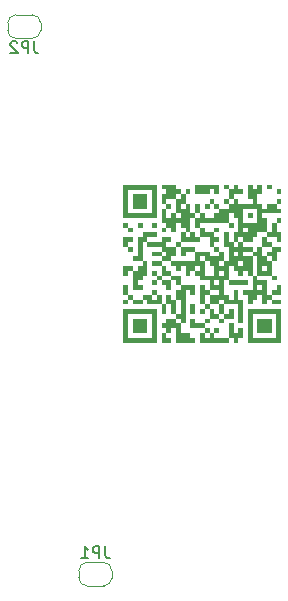
<source format=gbr>
%TF.GenerationSoftware,KiCad,Pcbnew,9.0.3*%
%TF.CreationDate,2025-08-01T10:01:51-04:00*%
%TF.ProjectId,ECG,4543472e-6b69-4636-9164-5f7063625858,rev?*%
%TF.SameCoordinates,Original*%
%TF.FileFunction,Legend,Bot*%
%TF.FilePolarity,Positive*%
%FSLAX46Y46*%
G04 Gerber Fmt 4.6, Leading zero omitted, Abs format (unit mm)*
G04 Created by KiCad (PCBNEW 9.0.3) date 2025-08-01 10:01:51*
%MOMM*%
%LPD*%
G01*
G04 APERTURE LIST*
%ADD10C,0.150000*%
%ADD11C,0.000000*%
%ADD12C,0.120000*%
G04 APERTURE END LIST*
D10*
X151023334Y-79447818D02*
X151023334Y-80162103D01*
X151023334Y-80162103D02*
X151070953Y-80304960D01*
X151070953Y-80304960D02*
X151166191Y-80400199D01*
X151166191Y-80400199D02*
X151309048Y-80447818D01*
X151309048Y-80447818D02*
X151404286Y-80447818D01*
X150547143Y-80447818D02*
X150547143Y-79447818D01*
X150547143Y-79447818D02*
X150166191Y-79447818D01*
X150166191Y-79447818D02*
X150070953Y-79495437D01*
X150070953Y-79495437D02*
X150023334Y-79543056D01*
X150023334Y-79543056D02*
X149975715Y-79638294D01*
X149975715Y-79638294D02*
X149975715Y-79781151D01*
X149975715Y-79781151D02*
X150023334Y-79876389D01*
X150023334Y-79876389D02*
X150070953Y-79924008D01*
X150070953Y-79924008D02*
X150166191Y-79971627D01*
X150166191Y-79971627D02*
X150547143Y-79971627D01*
X149023334Y-80447818D02*
X149594762Y-80447818D01*
X149309048Y-80447818D02*
X149309048Y-79447818D01*
X149309048Y-79447818D02*
X149404286Y-79590675D01*
X149404286Y-79590675D02*
X149499524Y-79685913D01*
X149499524Y-79685913D02*
X149594762Y-79733532D01*
X144998333Y-36687819D02*
X144998333Y-37402104D01*
X144998333Y-37402104D02*
X145045952Y-37544961D01*
X145045952Y-37544961D02*
X145141190Y-37640200D01*
X145141190Y-37640200D02*
X145284047Y-37687819D01*
X145284047Y-37687819D02*
X145379285Y-37687819D01*
X144522142Y-37687819D02*
X144522142Y-36687819D01*
X144522142Y-36687819D02*
X144141190Y-36687819D01*
X144141190Y-36687819D02*
X144045952Y-36735438D01*
X144045952Y-36735438D02*
X143998333Y-36783057D01*
X143998333Y-36783057D02*
X143950714Y-36878295D01*
X143950714Y-36878295D02*
X143950714Y-37021152D01*
X143950714Y-37021152D02*
X143998333Y-37116390D01*
X143998333Y-37116390D02*
X144045952Y-37164009D01*
X144045952Y-37164009D02*
X144141190Y-37211628D01*
X144141190Y-37211628D02*
X144522142Y-37211628D01*
X143569761Y-36783057D02*
X143522142Y-36735438D01*
X143522142Y-36735438D02*
X143426904Y-36687819D01*
X143426904Y-36687819D02*
X143188809Y-36687819D01*
X143188809Y-36687819D02*
X143093571Y-36735438D01*
X143093571Y-36735438D02*
X143045952Y-36783057D01*
X143045952Y-36783057D02*
X142998333Y-36878295D01*
X142998333Y-36878295D02*
X142998333Y-36973533D01*
X142998333Y-36973533D02*
X143045952Y-37116390D01*
X143045952Y-37116390D02*
X143617380Y-37687819D01*
X143617380Y-37687819D02*
X142998333Y-37687819D01*
D11*
%TO.C,G\u002A\u002A\u002A*%
G36*
X154189771Y-52255334D02*
G01*
X154189771Y-52458063D01*
X153987042Y-52458063D01*
X153784313Y-52458063D01*
X153784313Y-52255334D01*
X153784313Y-52052605D01*
X153987042Y-52052605D01*
X154189771Y-52052605D01*
X154189771Y-52255334D01*
G37*
G36*
X154595230Y-50228042D02*
G01*
X154595230Y-50836230D01*
X153987042Y-50836230D01*
X153378855Y-50836230D01*
X153378855Y-50228042D01*
X153378855Y-49619855D01*
X153987042Y-49619855D01*
X154595230Y-49619855D01*
X154595230Y-50228042D01*
G37*
G36*
X154595230Y-60769958D02*
G01*
X154595230Y-61378145D01*
X153987042Y-61378145D01*
X153378855Y-61378145D01*
X153378855Y-60769958D01*
X153378855Y-60161770D01*
X153987042Y-60161770D01*
X154595230Y-60161770D01*
X154595230Y-60769958D01*
G37*
G36*
X155406146Y-52255334D02*
G01*
X155406146Y-52458063D01*
X155203417Y-52458063D01*
X155000688Y-52458063D01*
X155000688Y-52255334D01*
X155000688Y-52052605D01*
X155203417Y-52052605D01*
X155406146Y-52052605D01*
X155406146Y-52255334D01*
G37*
G36*
X157433438Y-53877167D02*
G01*
X157433438Y-54079896D01*
X157230708Y-54079896D01*
X157027979Y-54079896D01*
X157027979Y-53877167D01*
X157027979Y-53674438D01*
X157230708Y-53674438D01*
X157433438Y-53674438D01*
X157433438Y-53877167D01*
G37*
G36*
X158244354Y-49417126D02*
G01*
X158244354Y-49619855D01*
X158041625Y-49619855D01*
X157838896Y-49619855D01*
X157838896Y-49417126D01*
X157838896Y-49214397D01*
X158041625Y-49214397D01*
X158244354Y-49214397D01*
X158244354Y-49417126D01*
G37*
G36*
X158649812Y-59350854D02*
G01*
X158649812Y-59756312D01*
X158447083Y-59756312D01*
X158244354Y-59756312D01*
X158244354Y-59350854D01*
X158244354Y-58945396D01*
X158447083Y-58945396D01*
X158649812Y-58945396D01*
X158649812Y-59350854D01*
G37*
G36*
X160677104Y-52660792D02*
G01*
X160677104Y-52863521D01*
X160474375Y-52863521D01*
X160271646Y-52863521D01*
X160271646Y-52660792D01*
X160271646Y-52458063D01*
X160474375Y-52458063D01*
X160677104Y-52458063D01*
X160677104Y-52660792D01*
G37*
G36*
X160677104Y-61175416D02*
G01*
X160677104Y-61378145D01*
X160474375Y-61378145D01*
X160271646Y-61378145D01*
X160271646Y-61175416D01*
X160271646Y-60972687D01*
X160474375Y-60972687D01*
X160677104Y-60972687D01*
X160677104Y-61175416D01*
G37*
G36*
X161893479Y-52255334D02*
G01*
X161893479Y-52458063D01*
X161690750Y-52458063D01*
X161488020Y-52458063D01*
X161488020Y-52255334D01*
X161488020Y-52052605D01*
X161690750Y-52052605D01*
X161893479Y-52052605D01*
X161893479Y-52255334D01*
G37*
G36*
X163515312Y-51444417D02*
G01*
X163515312Y-51647146D01*
X163312583Y-51647146D01*
X163109854Y-51647146D01*
X163109854Y-51444417D01*
X163109854Y-51241688D01*
X163312583Y-51241688D01*
X163515312Y-51241688D01*
X163515312Y-51444417D01*
G37*
G36*
X165137145Y-49011667D02*
G01*
X165137145Y-49214397D01*
X164934416Y-49214397D01*
X164731687Y-49214397D01*
X164731687Y-49011667D01*
X164731687Y-48808938D01*
X164934416Y-48808938D01*
X165137145Y-48808938D01*
X165137145Y-49011667D01*
G37*
G36*
X165137145Y-60769958D02*
G01*
X165137145Y-61378145D01*
X164528958Y-61378145D01*
X163920770Y-61378145D01*
X163920770Y-60769958D01*
X163920770Y-60161770D01*
X164528958Y-60161770D01*
X165137145Y-60161770D01*
X165137145Y-60769958D01*
G37*
G36*
X165948062Y-49417126D02*
G01*
X165948062Y-49619855D01*
X165745333Y-49619855D01*
X165542603Y-49619855D01*
X165542603Y-49417126D01*
X165542603Y-49214397D01*
X165745333Y-49214397D01*
X165948062Y-49214397D01*
X165948062Y-49417126D01*
G37*
G36*
X165948062Y-50228042D02*
G01*
X165948062Y-50430771D01*
X165745333Y-50430771D01*
X165542603Y-50430771D01*
X165542603Y-50228042D01*
X165542603Y-50025313D01*
X165745333Y-50025313D01*
X165948062Y-50025313D01*
X165948062Y-50228042D01*
G37*
G36*
X165948062Y-51849876D02*
G01*
X165948062Y-52052605D01*
X165745333Y-52052605D01*
X165542603Y-52052605D01*
X165542603Y-51849876D01*
X165542603Y-51647146D01*
X165745333Y-51647146D01*
X165948062Y-51647146D01*
X165948062Y-51849876D01*
G37*
G36*
X156217063Y-61580874D02*
G01*
X156217063Y-61783604D01*
X156419792Y-61783604D01*
X156622521Y-61783604D01*
X156622521Y-61986333D01*
X156622521Y-62189062D01*
X156217063Y-62189062D01*
X155811604Y-62189062D01*
X155811604Y-61783604D01*
X155811604Y-61378145D01*
X156014334Y-61378145D01*
X156217063Y-61378145D01*
X156217063Y-61580874D01*
G37*
G36*
X158649812Y-54282625D02*
G01*
X158649812Y-54485354D01*
X158244354Y-54485354D01*
X157838896Y-54485354D01*
X157838896Y-54688084D01*
X157838896Y-54890813D01*
X157636167Y-54890813D01*
X157433438Y-54890813D01*
X157433438Y-54485354D01*
X157433438Y-54079896D01*
X158041625Y-54079896D01*
X158649812Y-54079896D01*
X158649812Y-54282625D01*
G37*
G36*
X165948062Y-57729021D02*
G01*
X165948062Y-58134479D01*
X165542603Y-58134479D01*
X165137145Y-58134479D01*
X165137145Y-57931750D01*
X165137145Y-57729021D01*
X165339874Y-57729021D01*
X165542603Y-57729021D01*
X165542603Y-57526292D01*
X165542603Y-57323562D01*
X165745333Y-57323562D01*
X165948062Y-57323562D01*
X165948062Y-57729021D01*
G37*
G36*
X153176126Y-52458063D02*
G01*
X153378855Y-52458063D01*
X153378855Y-52660792D01*
X153378855Y-52863521D01*
X153176126Y-52863521D01*
X152973396Y-52863521D01*
X152973396Y-52660792D01*
X152973396Y-52458063D01*
X153176126Y-52458063D01*
G37*
G36*
X152973396Y-52255334D02*
G01*
X152973396Y-52458063D01*
X152770667Y-52458063D01*
X152567938Y-52458063D01*
X152567938Y-52255334D01*
X152567938Y-52052605D01*
X152770667Y-52052605D01*
X152973396Y-52052605D01*
X152973396Y-52255334D01*
G37*
G36*
X160677104Y-49214397D02*
G01*
X160677104Y-49619855D01*
X160474375Y-49619855D01*
X160271646Y-49619855D01*
X160271646Y-49417126D01*
X160271646Y-49214397D01*
X160068916Y-49214397D01*
X159866187Y-49214397D01*
X159866187Y-49417126D01*
X159866187Y-49619855D01*
X159258000Y-49619855D01*
X158649812Y-49619855D01*
X158649812Y-49214397D01*
X158649812Y-48808938D01*
X159663458Y-48808938D01*
X160677104Y-48808938D01*
X160677104Y-49214397D01*
G37*
G36*
X155406146Y-50228042D02*
G01*
X155406146Y-51647146D01*
X153987042Y-51647146D01*
X152567938Y-51647146D01*
X152567938Y-51215529D01*
X152999555Y-51215529D01*
X153987042Y-51215529D01*
X154974529Y-51215529D01*
X154974529Y-50228042D01*
X154974529Y-49240555D01*
X153987042Y-49240555D01*
X152999555Y-49240555D01*
X152999555Y-50228042D01*
X152999555Y-51215529D01*
X152567938Y-51215529D01*
X152567938Y-50228042D01*
X152567938Y-48808938D01*
X153987042Y-48808938D01*
X155406146Y-48808938D01*
X155406146Y-50228042D01*
G37*
G36*
X155406146Y-60769958D02*
G01*
X155406146Y-62189062D01*
X153987042Y-62189062D01*
X152567938Y-62189062D01*
X152567938Y-61757445D01*
X152999555Y-61757445D01*
X153987042Y-61757445D01*
X154974529Y-61757445D01*
X154974529Y-60769958D01*
X154974529Y-59782471D01*
X153987042Y-59782471D01*
X152999555Y-59782471D01*
X152999555Y-60769958D01*
X152999555Y-61757445D01*
X152567938Y-61757445D01*
X152567938Y-60769958D01*
X152567938Y-59350854D01*
X153987042Y-59350854D01*
X155406146Y-59350854D01*
X155406146Y-60769958D01*
G37*
G36*
X165948062Y-60769958D02*
G01*
X165948062Y-62189062D01*
X164528958Y-62189062D01*
X163109854Y-62189062D01*
X163109854Y-61757445D01*
X163541471Y-61757445D01*
X164528958Y-61757445D01*
X165516445Y-61757445D01*
X165516445Y-60769958D01*
X165516445Y-59782471D01*
X164528958Y-59782471D01*
X163541471Y-59782471D01*
X163541471Y-60769958D01*
X163541471Y-61757445D01*
X163109854Y-61757445D01*
X163109854Y-60769958D01*
X163109854Y-59350854D01*
X164528958Y-59350854D01*
X165948062Y-59350854D01*
X165948062Y-60769958D01*
G37*
G36*
X153176126Y-54079896D02*
G01*
X153378855Y-54079896D01*
X153378855Y-54282625D01*
X153378855Y-54485354D01*
X153176126Y-54485354D01*
X152973396Y-54485354D01*
X152973396Y-54282625D01*
X152973396Y-54079896D01*
X153176126Y-54079896D01*
G37*
G36*
X153378855Y-53471709D02*
G01*
X153378855Y-53674438D01*
X153176126Y-53674438D01*
X152973396Y-53674438D01*
X152973396Y-53877167D01*
X152973396Y-54079896D01*
X152770667Y-54079896D01*
X152567938Y-54079896D01*
X152567938Y-53674438D01*
X152567938Y-53268980D01*
X152973396Y-53268980D01*
X153378855Y-53268980D01*
X153378855Y-53471709D01*
G37*
G36*
X157838896Y-53066250D02*
G01*
X157838896Y-53268980D01*
X158041625Y-53268980D01*
X158244354Y-53268980D01*
X158244354Y-53066250D01*
X158244354Y-52863521D01*
X158447083Y-52863521D01*
X158649812Y-52863521D01*
X158649812Y-53066250D01*
X158649812Y-53268980D01*
X158852542Y-53268980D01*
X159055271Y-53268980D01*
X159055271Y-53471709D01*
X159055271Y-53674438D01*
X158244354Y-53674438D01*
X157433438Y-53674438D01*
X157433438Y-53268980D01*
X157433438Y-52863521D01*
X157636167Y-52863521D01*
X157838896Y-52863521D01*
X157838896Y-53066250D01*
G37*
G36*
X160474375Y-54079896D02*
G01*
X160677104Y-54079896D01*
X160677104Y-54282625D01*
X160677104Y-54485354D01*
X160474375Y-54485354D01*
X160271646Y-54485354D01*
X160271646Y-54282625D01*
X160271646Y-54079896D01*
X160474375Y-54079896D01*
G37*
G36*
X159460729Y-52660792D02*
G01*
X159460729Y-52863521D01*
X159866187Y-52863521D01*
X160271646Y-52863521D01*
X160271646Y-53066250D01*
X160271646Y-53268980D01*
X160474375Y-53268980D01*
X160677104Y-53268980D01*
X160677104Y-53471709D01*
X160677104Y-53674438D01*
X160474375Y-53674438D01*
X160271646Y-53674438D01*
X160271646Y-53877167D01*
X160271646Y-54079896D01*
X160068916Y-54079896D01*
X159866187Y-54079896D01*
X159866187Y-53674438D01*
X159866187Y-53268980D01*
X159460729Y-53268980D01*
X159055271Y-53268980D01*
X159055271Y-52863521D01*
X159055271Y-52458063D01*
X159258000Y-52458063D01*
X159460729Y-52458063D01*
X159460729Y-52660792D01*
G37*
G36*
X161893479Y-60972687D02*
G01*
X161893479Y-61378145D01*
X162096208Y-61378145D01*
X162298937Y-61378145D01*
X162298937Y-61175416D01*
X162298937Y-60972687D01*
X162501666Y-60972687D01*
X162704395Y-60972687D01*
X162704395Y-61378145D01*
X162704395Y-61783604D01*
X162501666Y-61783604D01*
X162298937Y-61783604D01*
X162298937Y-61986333D01*
X162298937Y-62189062D01*
X162096208Y-62189062D01*
X161893479Y-62189062D01*
X161893479Y-61986333D01*
X161893479Y-61783604D01*
X161690750Y-61783604D01*
X161488020Y-61783604D01*
X161488020Y-61986333D01*
X161488020Y-62189062D01*
X160271646Y-62189062D01*
X159055271Y-62189062D01*
X159055271Y-61783604D01*
X159055271Y-61580874D01*
X159055271Y-61378145D01*
X159258000Y-61378145D01*
X159460729Y-61378145D01*
X159460729Y-61175416D01*
X159460729Y-60972687D01*
X159663458Y-60972687D01*
X159866187Y-60972687D01*
X159866187Y-61175416D01*
X159866187Y-61378145D01*
X159663458Y-61378145D01*
X159460729Y-61378145D01*
X159460729Y-61580874D01*
X159460729Y-61783604D01*
X159663458Y-61783604D01*
X159866187Y-61783604D01*
X159866187Y-61580874D01*
X159866187Y-61378145D01*
X160068916Y-61378145D01*
X160271646Y-61378145D01*
X160271646Y-61580874D01*
X160271646Y-61783604D01*
X160879833Y-61783604D01*
X161488020Y-61783604D01*
X161488020Y-61175416D01*
X161488020Y-60567229D01*
X161690750Y-60567229D01*
X161893479Y-60567229D01*
X161893479Y-60972687D01*
G37*
G36*
X158649812Y-60364500D02*
G01*
X158649812Y-60567229D01*
X159055271Y-60567229D01*
X159460729Y-60567229D01*
X159460729Y-60769958D01*
X159460729Y-60972687D01*
X158852542Y-60972687D01*
X158244354Y-60972687D01*
X158244354Y-60567229D01*
X158244354Y-60161770D01*
X158447083Y-60161770D01*
X158649812Y-60161770D01*
X158649812Y-60364500D01*
G37*
G36*
X165542603Y-54079896D02*
G01*
X165948062Y-54079896D01*
X165948062Y-54282625D01*
X165948062Y-54485354D01*
X165745333Y-54485354D01*
X165542603Y-54485354D01*
X165542603Y-54890813D01*
X165542603Y-55296271D01*
X165339874Y-55296271D01*
X165137145Y-55296271D01*
X165137145Y-55093542D01*
X165137145Y-54890813D01*
X164934416Y-54890813D01*
X164731687Y-54890813D01*
X164731687Y-54688084D01*
X164731687Y-54485354D01*
X164934416Y-54485354D01*
X165137145Y-54485354D01*
X165137145Y-54282625D01*
X165137145Y-54079896D01*
X165542603Y-54079896D01*
G37*
G36*
X163515312Y-49011667D02*
G01*
X163515312Y-49214397D01*
X163718041Y-49214397D01*
X163920770Y-49214397D01*
X163920770Y-49011667D01*
X163920770Y-48808938D01*
X164123499Y-48808938D01*
X164326229Y-48808938D01*
X164326229Y-49214397D01*
X164326229Y-49619855D01*
X164123499Y-49619855D01*
X163920770Y-49619855D01*
X163920770Y-50025313D01*
X163920770Y-50430771D01*
X164123499Y-50430771D01*
X164326229Y-50430771D01*
X164326229Y-50633501D01*
X164326229Y-50836230D01*
X164528958Y-50836230D01*
X164731687Y-50836230D01*
X164731687Y-50633501D01*
X164731687Y-50430771D01*
X165137145Y-50430771D01*
X165542603Y-50430771D01*
X165542603Y-50633501D01*
X165542603Y-50836230D01*
X165745333Y-50836230D01*
X165948062Y-50836230D01*
X165948062Y-51038959D01*
X165948062Y-51241688D01*
X165137145Y-51241688D01*
X164326229Y-51241688D01*
X164326229Y-51444417D01*
X164326229Y-51647146D01*
X164528958Y-51647146D01*
X164731687Y-51647146D01*
X164731687Y-52255334D01*
X164731687Y-52863521D01*
X164934416Y-52863521D01*
X165137145Y-52863521D01*
X165137145Y-52458063D01*
X165137145Y-52052605D01*
X165339874Y-52052605D01*
X165542603Y-52052605D01*
X165542603Y-52458063D01*
X165542603Y-52863521D01*
X165745333Y-52863521D01*
X165948062Y-52863521D01*
X165948062Y-53268980D01*
X165948062Y-53674438D01*
X165745333Y-53674438D01*
X165542603Y-53674438D01*
X165542603Y-53471709D01*
X165542603Y-53268980D01*
X165137145Y-53268980D01*
X164731687Y-53268980D01*
X164731687Y-53471709D01*
X164731687Y-53674438D01*
X164934416Y-53674438D01*
X165137145Y-53674438D01*
X165137145Y-53877167D01*
X165137145Y-54079896D01*
X164731687Y-54079896D01*
X164326229Y-54079896D01*
X164326229Y-53674438D01*
X164326229Y-53268980D01*
X164528958Y-53268980D01*
X164731687Y-53268980D01*
X164731687Y-53066250D01*
X164731687Y-52863521D01*
X164326229Y-52863521D01*
X163920770Y-52863521D01*
X163920770Y-53066250D01*
X163920770Y-53268980D01*
X163718041Y-53268980D01*
X163515312Y-53268980D01*
X163515312Y-53471709D01*
X163515312Y-53674438D01*
X163109854Y-53674438D01*
X162704395Y-53674438D01*
X162704395Y-53471709D01*
X162704395Y-53268980D01*
X162501666Y-53268980D01*
X162298937Y-53268980D01*
X162298937Y-53471709D01*
X162298937Y-53674438D01*
X162096208Y-53674438D01*
X161893479Y-53674438D01*
X161893479Y-53268980D01*
X161893479Y-52863521D01*
X162096208Y-52863521D01*
X162298937Y-52863521D01*
X162704395Y-52863521D01*
X162907124Y-52863521D01*
X163109854Y-52863521D01*
X163109854Y-52660792D01*
X163109854Y-52458063D01*
X162907124Y-52458063D01*
X162704395Y-52458063D01*
X162704395Y-52660792D01*
X162704395Y-52863521D01*
X162298937Y-52863521D01*
X162298937Y-52660792D01*
X162298937Y-52255334D01*
X162298937Y-52052605D01*
X162704395Y-52052605D01*
X163312583Y-52052605D01*
X163920770Y-52052605D01*
X163920770Y-51444417D01*
X163920770Y-50836230D01*
X163312583Y-50836230D01*
X162704395Y-50836230D01*
X162704395Y-51444417D01*
X162704395Y-52052605D01*
X162298937Y-52052605D01*
X162298937Y-51647146D01*
X162096208Y-51647146D01*
X161893479Y-51647146D01*
X161893479Y-51444417D01*
X161893479Y-51241688D01*
X161690750Y-51241688D01*
X161488020Y-51241688D01*
X161488020Y-51647146D01*
X161488020Y-52052605D01*
X160271646Y-52052605D01*
X159055271Y-52052605D01*
X159055271Y-52255334D01*
X159055271Y-52458063D01*
X158852542Y-52458063D01*
X158649812Y-52458063D01*
X158649812Y-52052605D01*
X158649812Y-51647146D01*
X158447083Y-51647146D01*
X158244354Y-51647146D01*
X158244354Y-52255334D01*
X158244354Y-52863521D01*
X158041625Y-52863521D01*
X157838896Y-52863521D01*
X157838896Y-52660792D01*
X157838896Y-52458063D01*
X157636167Y-52458063D01*
X157433438Y-52458063D01*
X157433438Y-52255334D01*
X157433438Y-52052605D01*
X157230708Y-52052605D01*
X157027979Y-52052605D01*
X157027979Y-52458063D01*
X157027979Y-52863521D01*
X156825250Y-52863521D01*
X156622521Y-52863521D01*
X156622521Y-52660792D01*
X156622521Y-52458063D01*
X156419792Y-52458063D01*
X156217063Y-52458063D01*
X156217063Y-52660792D01*
X156217063Y-52863521D01*
X156014334Y-52863521D01*
X155811604Y-52863521D01*
X155811604Y-52660792D01*
X155811604Y-52458063D01*
X156014334Y-52458063D01*
X156217063Y-52458063D01*
X156217063Y-52255334D01*
X156217063Y-52052605D01*
X156014334Y-52052605D01*
X155811604Y-52052605D01*
X155811604Y-51444417D01*
X155811604Y-50836230D01*
X156014334Y-50836230D01*
X156217063Y-50836230D01*
X156217063Y-51241688D01*
X156217063Y-51647146D01*
X156419792Y-51647146D01*
X156622521Y-51647146D01*
X156622521Y-51444417D01*
X156622521Y-51241688D01*
X156825250Y-51241688D01*
X157027979Y-51241688D01*
X157027979Y-51444417D01*
X157027979Y-51647146D01*
X157230708Y-51647146D01*
X157433438Y-51647146D01*
X157433438Y-51444417D01*
X157433438Y-51241688D01*
X157230708Y-51241688D01*
X157027979Y-51241688D01*
X157027979Y-50633501D01*
X157027979Y-50025313D01*
X156622521Y-50025313D01*
X156217063Y-50025313D01*
X156217063Y-50228042D01*
X156217063Y-50430771D01*
X156014334Y-50430771D01*
X155811604Y-50430771D01*
X155811604Y-50025313D01*
X155811604Y-49822584D01*
X155811604Y-49619855D01*
X156014334Y-49619855D01*
X156217063Y-49619855D01*
X156217063Y-49417126D01*
X156217063Y-49214397D01*
X156014334Y-49214397D01*
X155811604Y-49214397D01*
X155811604Y-49011667D01*
X155811604Y-48808938D01*
X156419792Y-48808938D01*
X157027979Y-48808938D01*
X157027979Y-49011667D01*
X157027979Y-49214397D01*
X157230708Y-49214397D01*
X157433438Y-49214397D01*
X157433438Y-49417126D01*
X157433438Y-49619855D01*
X157230708Y-49619855D01*
X157027979Y-49619855D01*
X157027979Y-49822584D01*
X157027979Y-50025313D01*
X157230708Y-50025313D01*
X157433438Y-50025313D01*
X157433438Y-49822584D01*
X157433438Y-49619855D01*
X157636167Y-49619855D01*
X157838896Y-49619855D01*
X157838896Y-50025313D01*
X157838896Y-50430771D01*
X157636167Y-50430771D01*
X157433438Y-50430771D01*
X157433438Y-50633501D01*
X157433438Y-50836230D01*
X157636167Y-50836230D01*
X157838896Y-50836230D01*
X157838896Y-50633501D01*
X157838896Y-50430771D01*
X158041625Y-50430771D01*
X158244354Y-50430771D01*
X158244354Y-50836230D01*
X158244354Y-51241688D01*
X158447083Y-51241688D01*
X158649812Y-51241688D01*
X158649812Y-50836230D01*
X158649812Y-50430771D01*
X158852542Y-50430771D01*
X159055271Y-50430771D01*
X159055271Y-50836230D01*
X159055271Y-51241688D01*
X158852542Y-51241688D01*
X158649812Y-51241688D01*
X158649812Y-51444417D01*
X158649812Y-51647146D01*
X158852542Y-51647146D01*
X159055271Y-51647146D01*
X159055271Y-51444417D01*
X159055271Y-51241688D01*
X159258000Y-51241688D01*
X159460729Y-51241688D01*
X159460729Y-51444417D01*
X159460729Y-51647146D01*
X159866187Y-51647146D01*
X160271646Y-51647146D01*
X160271646Y-51444417D01*
X160271646Y-51241688D01*
X160474375Y-51241688D01*
X160677104Y-51241688D01*
X160677104Y-51038959D01*
X160677104Y-50836230D01*
X160474375Y-50836230D01*
X160271646Y-50836230D01*
X160271646Y-50633501D01*
X160271646Y-50430771D01*
X160474375Y-50430771D01*
X160677104Y-50430771D01*
X160677104Y-50633501D01*
X160677104Y-50836230D01*
X161082562Y-50836230D01*
X161488020Y-50836230D01*
X161488020Y-50633501D01*
X161488020Y-50430771D01*
X161285291Y-50430771D01*
X161082562Y-50430771D01*
X161082562Y-50228042D01*
X161082562Y-50025313D01*
X161285291Y-50025313D01*
X161488020Y-50025313D01*
X161488020Y-49619855D01*
X161488020Y-49214397D01*
X161285291Y-49214397D01*
X161082562Y-49214397D01*
X161082562Y-49011667D01*
X161082562Y-48808938D01*
X161285291Y-48808938D01*
X161488020Y-48808938D01*
X161488020Y-49011667D01*
X161488020Y-49214397D01*
X161690750Y-49214397D01*
X161893479Y-49214397D01*
X161893479Y-49011667D01*
X161893479Y-48808938D01*
X162096208Y-48808938D01*
X162298937Y-48808938D01*
X162298937Y-49011667D01*
X162298937Y-49214397D01*
X162501666Y-49214397D01*
X162704395Y-49214397D01*
X162704395Y-49417126D01*
X162704395Y-49619855D01*
X162298937Y-49619855D01*
X161893479Y-49619855D01*
X161893479Y-49822584D01*
X161893479Y-50025313D01*
X161690750Y-50025313D01*
X161488020Y-50025313D01*
X161488020Y-50228042D01*
X161488020Y-50430771D01*
X161690750Y-50430771D01*
X161893479Y-50430771D01*
X161893479Y-50228042D01*
X161893479Y-50025313D01*
X162096208Y-50025313D01*
X162298937Y-50025313D01*
X162298937Y-50228042D01*
X162298937Y-50430771D01*
X162907124Y-50430771D01*
X163515312Y-50430771D01*
X163515312Y-50228042D01*
X163515312Y-50025313D01*
X163312583Y-50025313D01*
X163109854Y-50025313D01*
X163109854Y-49417126D01*
X163109854Y-48808938D01*
X163312583Y-48808938D01*
X163515312Y-48808938D01*
X163515312Y-49011667D01*
G37*
G36*
X156419792Y-50430771D02*
G01*
X156622521Y-50430771D01*
X156622521Y-50633501D01*
X156622521Y-50836230D01*
X156419792Y-50836230D01*
X156217063Y-50836230D01*
X156217063Y-50633501D01*
X156217063Y-50430771D01*
X156419792Y-50430771D01*
G37*
G36*
X160271646Y-50228042D02*
G01*
X160271646Y-50430771D01*
X160068916Y-50430771D01*
X159866187Y-50430771D01*
X159866187Y-50633501D01*
X159866187Y-50836230D01*
X159663458Y-50836230D01*
X159460729Y-50836230D01*
X159460729Y-50633501D01*
X159460729Y-50430771D01*
X159663458Y-50430771D01*
X159866187Y-50430771D01*
X159866187Y-50228042D01*
X159866187Y-50025313D01*
X160068916Y-50025313D01*
X160271646Y-50025313D01*
X160271646Y-50228042D01*
G37*
G36*
X158041625Y-57323562D02*
G01*
X158649812Y-57323562D01*
X158649812Y-57729021D01*
X158649812Y-58134479D01*
X158447083Y-58134479D01*
X158244354Y-58134479D01*
X158244354Y-57931750D01*
X158244354Y-57729021D01*
X158041625Y-57729021D01*
X157838896Y-57729021D01*
X157838896Y-59148125D01*
X157838896Y-60567229D01*
X157636167Y-60567229D01*
X157433438Y-60567229D01*
X157433438Y-60364500D01*
X157433438Y-60161770D01*
X157230708Y-60161770D01*
X157027979Y-60161770D01*
X157027979Y-60364500D01*
X157027979Y-60567229D01*
X157230708Y-60567229D01*
X157433438Y-60567229D01*
X157433438Y-60972687D01*
X157433438Y-61378145D01*
X157838896Y-61378145D01*
X158244354Y-61378145D01*
X158244354Y-61580874D01*
X158244354Y-61783604D01*
X158447083Y-61783604D01*
X158649812Y-61783604D01*
X158649812Y-61986333D01*
X158649812Y-62189062D01*
X157838896Y-62189062D01*
X157027979Y-62189062D01*
X157027979Y-61580874D01*
X157027979Y-60972687D01*
X156825250Y-60972687D01*
X156622521Y-60972687D01*
X156622521Y-61175416D01*
X156622521Y-61378145D01*
X156419792Y-61378145D01*
X156217063Y-61378145D01*
X156217063Y-61175416D01*
X156217063Y-60972687D01*
X156014334Y-60972687D01*
X155811604Y-60972687D01*
X155811604Y-60769958D01*
X155811604Y-60567229D01*
X156014334Y-60567229D01*
X156217063Y-60567229D01*
X156217063Y-60364500D01*
X156217063Y-60161770D01*
X156622521Y-60161770D01*
X157027979Y-60161770D01*
X157027979Y-59959041D01*
X157027979Y-59756312D01*
X157230708Y-59756312D01*
X157433438Y-59756312D01*
X157433438Y-59148125D01*
X157433438Y-58539937D01*
X157230708Y-58539937D01*
X157027979Y-58539937D01*
X157027979Y-59148125D01*
X157027979Y-59756312D01*
X156825250Y-59756312D01*
X156622521Y-59756312D01*
X156622521Y-59350854D01*
X156622521Y-59148125D01*
X156622521Y-58945396D01*
X156419792Y-58945396D01*
X156217063Y-58945396D01*
X156217063Y-59350854D01*
X156217063Y-59756312D01*
X156014334Y-59756312D01*
X155811604Y-59756312D01*
X155811604Y-59350854D01*
X155811604Y-58945396D01*
X155203417Y-58945396D01*
X154595230Y-58945396D01*
X154595230Y-58742666D01*
X154595230Y-58539937D01*
X154392500Y-58539937D01*
X154189771Y-58539937D01*
X154189771Y-58742666D01*
X154189771Y-58945396D01*
X153784313Y-58945396D01*
X153378855Y-58945396D01*
X153378855Y-58742666D01*
X153378855Y-58539937D01*
X153176126Y-58539937D01*
X152973396Y-58539937D01*
X152973396Y-58742666D01*
X152973396Y-58945396D01*
X152770667Y-58945396D01*
X152567938Y-58945396D01*
X152567938Y-58742666D01*
X152567938Y-58539937D01*
X152770667Y-58539937D01*
X152973396Y-58539937D01*
X152973396Y-58337208D01*
X152973396Y-58134479D01*
X153176126Y-58134479D01*
X153378855Y-58134479D01*
X153378855Y-58337208D01*
X153378855Y-58539937D01*
X153784313Y-58539937D01*
X154189771Y-58539937D01*
X154189771Y-58337208D01*
X154189771Y-58134479D01*
X154595230Y-58134479D01*
X155000688Y-58134479D01*
X155000688Y-57931750D01*
X155000688Y-57729021D01*
X155203417Y-57729021D01*
X155406146Y-57729021D01*
X155406146Y-57931750D01*
X155406146Y-58134479D01*
X155203417Y-58134479D01*
X155000688Y-58134479D01*
X155000688Y-58337208D01*
X155000688Y-58539937D01*
X155203417Y-58539937D01*
X155406146Y-58539937D01*
X155406146Y-58337208D01*
X155406146Y-58134479D01*
X155608875Y-58134479D01*
X155811604Y-58134479D01*
X155811604Y-58539937D01*
X155811604Y-58945396D01*
X156014334Y-58945396D01*
X156217063Y-58945396D01*
X156217063Y-58539937D01*
X156217063Y-58134479D01*
X156419792Y-58134479D01*
X156622521Y-58134479D01*
X156622521Y-58337208D01*
X156622521Y-58539937D01*
X156825250Y-58539937D01*
X157027979Y-58539937D01*
X157027979Y-58134479D01*
X157027979Y-57729021D01*
X157230708Y-57729021D01*
X157433438Y-57729021D01*
X157433438Y-57526292D01*
X157433438Y-57323562D01*
X158041625Y-57323562D01*
G37*
G36*
X161488020Y-53268980D02*
G01*
X161488020Y-53674438D01*
X161690750Y-53674438D01*
X161893479Y-53674438D01*
X161893479Y-53877167D01*
X161893479Y-54079896D01*
X162096208Y-54079896D01*
X162298937Y-54079896D01*
X162298937Y-53877167D01*
X162298937Y-53674438D01*
X162501666Y-53674438D01*
X162704395Y-53674438D01*
X162704395Y-53877167D01*
X162704395Y-54079896D01*
X163109854Y-54079896D01*
X163515312Y-54079896D01*
X163515312Y-54282625D01*
X163515312Y-54485354D01*
X163718041Y-54485354D01*
X163920770Y-54485354D01*
X163920770Y-54282625D01*
X163920770Y-54079896D01*
X164123499Y-54079896D01*
X164326229Y-54079896D01*
X164326229Y-54485354D01*
X164326229Y-54890813D01*
X164528958Y-54890813D01*
X164731687Y-54890813D01*
X164731687Y-55093542D01*
X164731687Y-55296271D01*
X164934416Y-55296271D01*
X165137145Y-55296271D01*
X165137145Y-55904458D01*
X165137145Y-56512646D01*
X164528958Y-56512646D01*
X163920770Y-56512646D01*
X163920770Y-56715375D01*
X163920770Y-56918104D01*
X164326229Y-56918104D01*
X164731687Y-56918104D01*
X164731687Y-57526292D01*
X164731687Y-58134479D01*
X164934416Y-58134479D01*
X165137145Y-58134479D01*
X165137145Y-58337208D01*
X165137145Y-58539937D01*
X164934416Y-58539937D01*
X164731687Y-58539937D01*
X164731687Y-58742666D01*
X164731687Y-58945396D01*
X164528958Y-58945396D01*
X164326229Y-58945396D01*
X164326229Y-58539937D01*
X164326229Y-58134479D01*
X164123499Y-58134479D01*
X163920770Y-58134479D01*
X163920770Y-58337208D01*
X163920770Y-58539937D01*
X163718041Y-58539937D01*
X163515312Y-58539937D01*
X163515312Y-58742666D01*
X163515312Y-58945396D01*
X163312583Y-58945396D01*
X163109854Y-58945396D01*
X163109854Y-58539937D01*
X163109854Y-58134479D01*
X162907124Y-58134479D01*
X162704395Y-58134479D01*
X162704395Y-57931750D01*
X162704395Y-57729021D01*
X163109854Y-57729021D01*
X163515312Y-57729021D01*
X163920770Y-57729021D01*
X164123499Y-57729021D01*
X164326229Y-57729021D01*
X164326229Y-57526292D01*
X164326229Y-57323562D01*
X164123499Y-57323562D01*
X163920770Y-57323562D01*
X163920770Y-57526292D01*
X163920770Y-57729021D01*
X163515312Y-57729021D01*
X163515312Y-57526292D01*
X163515312Y-57120833D01*
X163515312Y-56512646D01*
X163312583Y-56512646D01*
X163109854Y-56512646D01*
X163109854Y-56309917D01*
X163109854Y-56107188D01*
X162907124Y-56107188D01*
X162704395Y-56107188D01*
X162704395Y-56309917D01*
X162704395Y-56512646D01*
X162501666Y-56512646D01*
X162298937Y-56512646D01*
X162298937Y-56309917D01*
X162298937Y-56107188D01*
X162096208Y-56107188D01*
X161893479Y-56107188D01*
X161893479Y-55904458D01*
X161893479Y-55701729D01*
X162298937Y-55701729D01*
X162501666Y-55701729D01*
X162704395Y-55701729D01*
X163515312Y-55701729D01*
X163515312Y-56512646D01*
X163718041Y-56512646D01*
X163920770Y-56512646D01*
X163920770Y-56107188D01*
X164326229Y-56107188D01*
X164528958Y-56107188D01*
X164731687Y-56107188D01*
X164731687Y-55904458D01*
X164731687Y-55701729D01*
X164528958Y-55701729D01*
X164326229Y-55701729D01*
X164326229Y-55904458D01*
X164326229Y-56107188D01*
X163920770Y-56107188D01*
X163920770Y-55904458D01*
X163920770Y-55701729D01*
X163920770Y-54890813D01*
X163718041Y-54890813D01*
X163515312Y-54890813D01*
X163515312Y-55701729D01*
X162704395Y-55701729D01*
X162704395Y-55499000D01*
X162704395Y-55296271D01*
X162501666Y-55296271D01*
X162298937Y-55296271D01*
X162298937Y-55499000D01*
X162298937Y-55701729D01*
X161893479Y-55701729D01*
X161690750Y-55701729D01*
X161488020Y-55701729D01*
X161488020Y-56309917D01*
X161488020Y-56918104D01*
X161285291Y-56918104D01*
X161082562Y-56918104D01*
X161082562Y-57526292D01*
X161082562Y-58134479D01*
X161285291Y-58134479D01*
X161488020Y-58134479D01*
X161488020Y-58337208D01*
X161488020Y-58539937D01*
X161690750Y-58539937D01*
X161893479Y-58539937D01*
X161893479Y-58134479D01*
X161893479Y-57729021D01*
X162096208Y-57729021D01*
X162298937Y-57729021D01*
X162298937Y-58134479D01*
X162298937Y-58539937D01*
X162501666Y-58539937D01*
X162704395Y-58539937D01*
X162704395Y-59553583D01*
X162704395Y-60567229D01*
X162501666Y-60567229D01*
X162298937Y-60567229D01*
X162298937Y-59756312D01*
X162298937Y-58945396D01*
X161690750Y-58945396D01*
X161082562Y-58945396D01*
X161082562Y-59350854D01*
X161082562Y-59756312D01*
X161285291Y-59756312D01*
X161488020Y-59756312D01*
X161488020Y-59553583D01*
X161488020Y-59350854D01*
X161690750Y-59350854D01*
X161893479Y-59350854D01*
X161893479Y-59756312D01*
X161893479Y-60161770D01*
X161488020Y-60161770D01*
X161082562Y-60161770D01*
X161082562Y-59959041D01*
X161082562Y-59756312D01*
X160879833Y-59756312D01*
X160677104Y-59756312D01*
X160677104Y-59959041D01*
X160677104Y-60161770D01*
X160271646Y-60161770D01*
X159866187Y-60161770D01*
X159866187Y-60364500D01*
X159866187Y-60567229D01*
X159663458Y-60567229D01*
X159460729Y-60567229D01*
X159460729Y-60364500D01*
X159460729Y-60161770D01*
X159663458Y-60161770D01*
X159866187Y-60161770D01*
X159866187Y-59756312D01*
X159866187Y-59350854D01*
X160068916Y-59350854D01*
X160271646Y-59350854D01*
X160271646Y-59553583D01*
X160271646Y-59756312D01*
X160474375Y-59756312D01*
X160677104Y-59756312D01*
X160677104Y-59350854D01*
X160677104Y-58945396D01*
X160879833Y-58945396D01*
X161082562Y-58945396D01*
X161082562Y-58742666D01*
X161082562Y-58539937D01*
X160879833Y-58539937D01*
X160677104Y-58539937D01*
X160677104Y-58742666D01*
X160677104Y-58945396D01*
X160271646Y-58945396D01*
X159866187Y-58945396D01*
X159866187Y-59148125D01*
X159866187Y-59350854D01*
X159663458Y-59350854D01*
X159460729Y-59350854D01*
X159460729Y-59553583D01*
X159460729Y-59756312D01*
X159258000Y-59756312D01*
X159055271Y-59756312D01*
X159055271Y-59553583D01*
X159055271Y-59350854D01*
X159258000Y-59350854D01*
X159460729Y-59350854D01*
X159460729Y-59148125D01*
X159460729Y-58945396D01*
X159663458Y-58945396D01*
X159866187Y-58945396D01*
X159866187Y-58742666D01*
X159866187Y-58539937D01*
X159866187Y-58134479D01*
X160271646Y-58134479D01*
X160677104Y-58134479D01*
X160677104Y-57931750D01*
X160677104Y-57729021D01*
X160271646Y-57729021D01*
X159866187Y-57729021D01*
X159866187Y-57931750D01*
X159866187Y-58134479D01*
X159663458Y-58134479D01*
X159460729Y-58134479D01*
X159460729Y-58539937D01*
X159460729Y-58945396D01*
X159258000Y-58945396D01*
X159055271Y-58945396D01*
X159055271Y-58134479D01*
X159055271Y-57931750D01*
X159055271Y-57323562D01*
X159258000Y-57323562D01*
X159460729Y-57323562D01*
X159460729Y-57526292D01*
X159460729Y-57729021D01*
X159663458Y-57729021D01*
X159866187Y-57729021D01*
X159866187Y-57323562D01*
X160271646Y-57323562D01*
X160474375Y-57323562D01*
X160677104Y-57323562D01*
X160677104Y-57120833D01*
X160677104Y-56918104D01*
X160474375Y-56918104D01*
X160271646Y-56918104D01*
X160271646Y-57120833D01*
X160271646Y-57323562D01*
X159866187Y-57323562D01*
X159866187Y-57120833D01*
X159866187Y-56918104D01*
X159460729Y-56918104D01*
X159055271Y-56918104D01*
X159055271Y-56715375D01*
X159055271Y-56512646D01*
X158852542Y-56512646D01*
X158649812Y-56512646D01*
X158649812Y-56309917D01*
X158649812Y-56107188D01*
X158852542Y-56107188D01*
X159055271Y-56107188D01*
X159055271Y-55904458D01*
X159460729Y-55904458D01*
X159460729Y-56512646D01*
X159866187Y-56512646D01*
X160271646Y-56512646D01*
X160677104Y-56512646D01*
X160879833Y-56512646D01*
X161082562Y-56512646D01*
X161082562Y-56309917D01*
X161082562Y-56107188D01*
X160879833Y-56107188D01*
X160677104Y-56107188D01*
X160677104Y-56309917D01*
X160677104Y-56512646D01*
X160271646Y-56512646D01*
X160271646Y-56309917D01*
X160271646Y-56107188D01*
X160271646Y-55701729D01*
X160677104Y-55701729D01*
X160879833Y-55701729D01*
X161082562Y-55701729D01*
X161082562Y-55499000D01*
X161082562Y-55296271D01*
X160879833Y-55296271D01*
X160677104Y-55296271D01*
X160677104Y-55499000D01*
X160677104Y-55701729D01*
X160271646Y-55701729D01*
X160068916Y-55701729D01*
X159866187Y-55701729D01*
X159866187Y-55499000D01*
X159866187Y-55296271D01*
X159663458Y-55296271D01*
X159460729Y-55296271D01*
X159460729Y-55904458D01*
X159055271Y-55904458D01*
X159055271Y-55701729D01*
X158852542Y-55701729D01*
X158649812Y-55701729D01*
X158649812Y-55904458D01*
X158649812Y-56107188D01*
X158447083Y-56107188D01*
X158244354Y-56107188D01*
X158244354Y-56309917D01*
X158244354Y-56512646D01*
X158041625Y-56512646D01*
X157838896Y-56512646D01*
X157838896Y-56107188D01*
X157838896Y-55904458D01*
X157838896Y-55701729D01*
X157636167Y-55701729D01*
X157433438Y-55701729D01*
X157433438Y-55904458D01*
X157433438Y-56107188D01*
X157230708Y-56107188D01*
X157027979Y-56107188D01*
X157027979Y-55904458D01*
X157027979Y-55701729D01*
X156825250Y-55701729D01*
X156622521Y-55701729D01*
X156622521Y-55499000D01*
X156622521Y-55296271D01*
X157636167Y-55296271D01*
X158649812Y-55296271D01*
X158649812Y-54890813D01*
X159055271Y-54890813D01*
X159055271Y-55093542D01*
X159055271Y-55296271D01*
X159258000Y-55296271D01*
X159460729Y-55296271D01*
X159460729Y-55093542D01*
X159460729Y-54890813D01*
X159258000Y-54890813D01*
X159055271Y-54890813D01*
X158649812Y-54890813D01*
X158649812Y-54485354D01*
X159258000Y-54485354D01*
X159866187Y-54485354D01*
X159866187Y-54688084D01*
X159866187Y-54890813D01*
X160271646Y-54890813D01*
X160677104Y-54890813D01*
X160677104Y-54688084D01*
X160677104Y-54485354D01*
X160879833Y-54485354D01*
X161082562Y-54485354D01*
X161082562Y-54890813D01*
X161082562Y-55296271D01*
X161285291Y-55296271D01*
X161488020Y-55296271D01*
X161488020Y-54890813D01*
X161893479Y-54890813D01*
X162096208Y-54890813D01*
X162298937Y-54890813D01*
X162298937Y-54688084D01*
X162298937Y-54485354D01*
X162704395Y-54485354D01*
X162704395Y-54688084D01*
X162704395Y-54890813D01*
X163109854Y-54890813D01*
X163515312Y-54890813D01*
X163515312Y-54688084D01*
X163515312Y-54485354D01*
X163109854Y-54485354D01*
X162704395Y-54485354D01*
X162298937Y-54485354D01*
X162096208Y-54485354D01*
X161893479Y-54485354D01*
X161893479Y-54688084D01*
X161893479Y-54890813D01*
X161488020Y-54890813D01*
X161488020Y-54688084D01*
X161488020Y-54079896D01*
X161285291Y-54079896D01*
X161082562Y-54079896D01*
X161082562Y-53471709D01*
X161082562Y-52863521D01*
X161285291Y-52863521D01*
X161488020Y-52863521D01*
X161488020Y-53268980D01*
G37*
G36*
X160879833Y-60161770D02*
G01*
X161082562Y-60161770D01*
X161082562Y-60364500D01*
X161082562Y-60567229D01*
X160879833Y-60567229D01*
X160677104Y-60567229D01*
X160677104Y-60364500D01*
X160677104Y-60161770D01*
X160879833Y-60161770D01*
G37*
G36*
X165542603Y-58539937D02*
G01*
X165948062Y-58539937D01*
X165948062Y-58742666D01*
X165948062Y-58945396D01*
X165542603Y-58945396D01*
X165137145Y-58945396D01*
X165137145Y-58742666D01*
X165137145Y-58539937D01*
X165542603Y-58539937D01*
G37*
G36*
X152973396Y-57729021D02*
G01*
X152973396Y-58134479D01*
X152770667Y-58134479D01*
X152567938Y-58134479D01*
X152567938Y-57729021D01*
X152567938Y-57323562D01*
X152770667Y-57323562D01*
X152973396Y-57323562D01*
X152973396Y-57729021D01*
G37*
G36*
X154392500Y-55296271D02*
G01*
X154595230Y-55296271D01*
X154595230Y-55904458D01*
X154595230Y-56512646D01*
X154392500Y-56512646D01*
X154189771Y-56512646D01*
X154189771Y-56715375D01*
X154189771Y-56918104D01*
X153987042Y-56918104D01*
X153784313Y-56918104D01*
X153784313Y-57120833D01*
X153784313Y-57323562D01*
X153987042Y-57323562D01*
X154189771Y-57323562D01*
X154189771Y-57526292D01*
X154189771Y-57729021D01*
X153784313Y-57729021D01*
X153378855Y-57729021D01*
X153378855Y-56918104D01*
X153378855Y-56107188D01*
X153176126Y-56107188D01*
X152973396Y-56107188D01*
X152973396Y-56309917D01*
X152973396Y-56512646D01*
X152770667Y-56512646D01*
X152567938Y-56512646D01*
X152567938Y-56107188D01*
X152567938Y-55701729D01*
X152973396Y-55701729D01*
X153378855Y-55701729D01*
X153378855Y-55904458D01*
X153378855Y-56107188D01*
X153581584Y-56107188D01*
X153784313Y-56107188D01*
X153784313Y-55904458D01*
X153784313Y-55701729D01*
X153987042Y-55701729D01*
X154189771Y-55701729D01*
X154189771Y-55499000D01*
X154189771Y-55296271D01*
X154392500Y-55296271D01*
G37*
G36*
X157027979Y-56512646D02*
G01*
X157433438Y-56512646D01*
X157433438Y-56918104D01*
X157433438Y-57323562D01*
X157230708Y-57323562D01*
X157027979Y-57323562D01*
X157027979Y-57120833D01*
X157027979Y-56918104D01*
X156825250Y-56918104D01*
X156622521Y-56918104D01*
X156622521Y-57323562D01*
X156622521Y-57729021D01*
X156419792Y-57729021D01*
X156217063Y-57729021D01*
X156217063Y-57526292D01*
X156217063Y-57323562D01*
X156014334Y-57323562D01*
X155811604Y-57323562D01*
X155811604Y-57120833D01*
X155811604Y-56918104D01*
X155608875Y-56918104D01*
X155406146Y-56918104D01*
X155406146Y-57120833D01*
X155406146Y-57323562D01*
X155203417Y-57323562D01*
X155000688Y-57323562D01*
X155000688Y-57120833D01*
X155000688Y-56918104D01*
X155203417Y-56918104D01*
X155406146Y-56918104D01*
X155406146Y-56715375D01*
X155406146Y-56512646D01*
X155203417Y-56512646D01*
X155000688Y-56512646D01*
X155000688Y-56309917D01*
X155000688Y-56107188D01*
X155203417Y-56107188D01*
X155406146Y-56107188D01*
X155406146Y-56309917D01*
X155406146Y-56512646D01*
X155608875Y-56512646D01*
X155811604Y-56512646D01*
X155811604Y-56107188D01*
X155811604Y-55701729D01*
X156014334Y-55701729D01*
X156217063Y-55701729D01*
X156217063Y-55904458D01*
X156217063Y-56107188D01*
X156419792Y-56107188D01*
X156622521Y-56107188D01*
X156622521Y-56309917D01*
X156622521Y-56512646D01*
X156217063Y-56512646D01*
X155811604Y-56512646D01*
X155811604Y-56715375D01*
X155811604Y-56918104D01*
X156217063Y-56918104D01*
X156622521Y-56918104D01*
X156622521Y-56715375D01*
X156622521Y-56512646D01*
X157027979Y-56512646D01*
G37*
G36*
X162298937Y-56918104D02*
G01*
X163109854Y-56918104D01*
X163109854Y-57120833D01*
X163109854Y-57323562D01*
X162298937Y-57323562D01*
X161488020Y-57323562D01*
X161488020Y-57120833D01*
X161488020Y-56918104D01*
X162298937Y-56918104D01*
G37*
G36*
X165339874Y-56512646D02*
G01*
X165542603Y-56512646D01*
X165542603Y-56715375D01*
X165542603Y-56918104D01*
X165339874Y-56918104D01*
X165137145Y-56918104D01*
X165137145Y-56715375D01*
X165137145Y-56512646D01*
X165339874Y-56512646D01*
G37*
G36*
X155406146Y-53066250D02*
G01*
X155406146Y-53268980D01*
X155000688Y-53268980D01*
X154595230Y-53268980D01*
X154595230Y-53471709D01*
X154595230Y-53674438D01*
X155203417Y-53674438D01*
X155811604Y-53674438D01*
X155811604Y-53471709D01*
X155811604Y-53268980D01*
X156217063Y-53268980D01*
X156622521Y-53268980D01*
X156622521Y-53471709D01*
X156622521Y-53674438D01*
X156419792Y-53674438D01*
X156217063Y-53674438D01*
X156217063Y-53877167D01*
X156217063Y-54079896D01*
X156622521Y-54079896D01*
X157027979Y-54079896D01*
X157027979Y-54485354D01*
X157027979Y-54890813D01*
X156825250Y-54890813D01*
X156622521Y-54890813D01*
X156622521Y-55093542D01*
X156622521Y-55296271D01*
X156217063Y-55296271D01*
X155811604Y-55296271D01*
X155811604Y-55499000D01*
X155811604Y-55701729D01*
X155406146Y-55701729D01*
X155000688Y-55701729D01*
X155000688Y-55499000D01*
X155000688Y-55296271D01*
X155406146Y-55296271D01*
X155811604Y-55296271D01*
X155811604Y-55093542D01*
X155811604Y-54890813D01*
X156014334Y-54890813D01*
X156217063Y-54890813D01*
X156217063Y-54688084D01*
X156217063Y-54485354D01*
X156014334Y-54485354D01*
X155811604Y-54485354D01*
X155811604Y-54688084D01*
X155811604Y-54890813D01*
X155406146Y-54890813D01*
X155000688Y-54890813D01*
X155000688Y-54688084D01*
X155000688Y-54485354D01*
X155406146Y-54485354D01*
X155811604Y-54485354D01*
X155811604Y-54282625D01*
X155811604Y-54079896D01*
X155203417Y-54079896D01*
X154595230Y-54079896D01*
X154595230Y-53877167D01*
X154595230Y-53674438D01*
X154392500Y-53674438D01*
X154189771Y-53674438D01*
X154189771Y-54485354D01*
X154189771Y-55296271D01*
X153784313Y-55296271D01*
X153378855Y-55296271D01*
X153378855Y-55093542D01*
X153378855Y-54890813D01*
X153581584Y-54890813D01*
X153784313Y-54890813D01*
X153784313Y-54079896D01*
X153784313Y-53268980D01*
X153987042Y-53268980D01*
X154189771Y-53268980D01*
X154189771Y-53066250D01*
X154189771Y-52863521D01*
X154797959Y-52863521D01*
X155406146Y-52863521D01*
X155406146Y-53066250D01*
G37*
D12*
%TO.C,JP1*%
X148790001Y-81492999D02*
X148790001Y-82092999D01*
X149490001Y-82792999D02*
X150890001Y-82792999D01*
X150890001Y-80792999D02*
X149490001Y-80792999D01*
X151590001Y-82092999D02*
X151590001Y-81492999D01*
X148790001Y-81492999D02*
G75*
G02*
X149490001Y-80792999I700000J0D01*
G01*
X149490001Y-82792999D02*
G75*
G02*
X148790001Y-82092999I0J700000D01*
G01*
X150890001Y-80792999D02*
G75*
G02*
X151590001Y-81492999I1J-699999D01*
G01*
X151590001Y-82092999D02*
G75*
G02*
X150890001Y-82792999I-699999J-1D01*
G01*
%TO.C,JP2*%
X142765000Y-35133000D02*
X142765000Y-35733000D01*
X143465000Y-36433000D02*
X144865000Y-36433000D01*
X144865000Y-34433000D02*
X143465000Y-34433000D01*
X145565000Y-35733000D02*
X145565000Y-35133000D01*
X142765000Y-35133000D02*
G75*
G02*
X143465000Y-34433000I699999J1D01*
G01*
X143465000Y-36433000D02*
G75*
G02*
X142765000Y-35733000I-1J699999D01*
G01*
X144865000Y-34433000D02*
G75*
G02*
X145565000Y-35133000I0J-700000D01*
G01*
X145565000Y-35733000D02*
G75*
G02*
X144865000Y-36433000I-700000J0D01*
G01*
%TD*%
M02*

</source>
